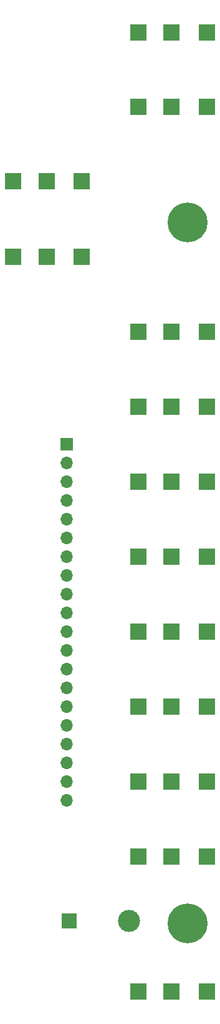
<source format=gbr>
%TF.GenerationSoftware,KiCad,Pcbnew,(5.1.6-0-10_14)*%
%TF.CreationDate,2020-09-17T10:50:06+02:00*%
%TF.ProjectId,cv_expander,63765f65-7870-4616-9e64-65722e6b6963,rev?*%
%TF.SameCoordinates,Original*%
%TF.FileFunction,Soldermask,Top*%
%TF.FilePolarity,Negative*%
%FSLAX46Y46*%
G04 Gerber Fmt 4.6, Leading zero omitted, Abs format (unit mm)*
G04 Created by KiCad (PCBNEW (5.1.6-0-10_14)) date 2020-09-17 10:50:06*
%MOMM*%
%LPD*%
G01*
G04 APERTURE LIST*
%ADD10R,2.200000X2.200000*%
%ADD11C,5.400000*%
%ADD12O,1.700000X1.700000*%
%ADD13R,1.700000X1.700000*%
%ADD14R,2.000000X2.000000*%
%ADD15C,3.000000*%
G04 APERTURE END LIST*
D10*
%TO.C,J14*%
X145600000Y-157000000D03*
X150100000Y-157000000D03*
X154900000Y-157000000D03*
%TD*%
D11*
%TO.C,GND*%
X152250000Y-52750000D03*
%TD*%
D10*
%TO.C,J10*%
X145600000Y-108221208D03*
X150100000Y-108221208D03*
X154900000Y-108221208D03*
%TD*%
D12*
%TO.C,J1*%
X135812000Y-131064000D03*
X135812000Y-128524000D03*
X135812000Y-125984000D03*
X135812000Y-123444000D03*
X135812000Y-120904000D03*
X135812000Y-118364000D03*
X135812000Y-115824000D03*
X135812000Y-113284000D03*
X135812000Y-110744000D03*
X135812000Y-108204000D03*
X135812000Y-105664000D03*
X135812000Y-103124000D03*
X135812000Y-100584000D03*
X135812000Y-98044000D03*
X135812000Y-95504000D03*
X135812000Y-92964000D03*
X135812000Y-90424000D03*
X135812000Y-87884000D03*
X135812000Y-85344000D03*
D13*
X135812000Y-82804000D03*
%TD*%
D14*
%TO.C,TP2*%
X136200000Y-147400000D03*
%TD*%
D10*
%TO.C,J7*%
X145600000Y-77763255D03*
X150100000Y-77763255D03*
X154900000Y-77763255D03*
%TD*%
%TO.C,J6*%
X145600000Y-67610604D03*
X150100000Y-67610604D03*
X154900000Y-67610604D03*
%TD*%
%TO.C,J5*%
X128600000Y-57457953D03*
X133100000Y-57457953D03*
X137900000Y-57457953D03*
%TD*%
%TO.C,J4*%
X128600000Y-47200000D03*
X133100000Y-47200000D03*
X137900000Y-47200000D03*
%TD*%
%TO.C,J3*%
X145600000Y-37152651D03*
X150100000Y-37152651D03*
X154900000Y-37152651D03*
%TD*%
%TO.C,J2*%
X145600000Y-27000000D03*
X150100000Y-27000000D03*
X154900000Y-27000000D03*
%TD*%
%TO.C,J13*%
X145600000Y-138679163D03*
X150100000Y-138679163D03*
X154900000Y-138679163D03*
%TD*%
%TO.C,J12*%
X145600000Y-128526510D03*
X150100000Y-128526510D03*
X154900000Y-128526510D03*
%TD*%
%TO.C,J11*%
X145600000Y-118373859D03*
X150100000Y-118373859D03*
X154900000Y-118373859D03*
%TD*%
%TO.C,J9*%
X145600000Y-98068557D03*
X150100000Y-98068557D03*
X154900000Y-98068557D03*
%TD*%
%TO.C,J8*%
X145600000Y-87915906D03*
X150100000Y-87915906D03*
X154900000Y-87915906D03*
%TD*%
D15*
%TO.C,GND*%
X144300000Y-147400000D03*
%TD*%
D11*
%TO.C,H1*%
X152250000Y-147750000D03*
%TD*%
M02*

</source>
